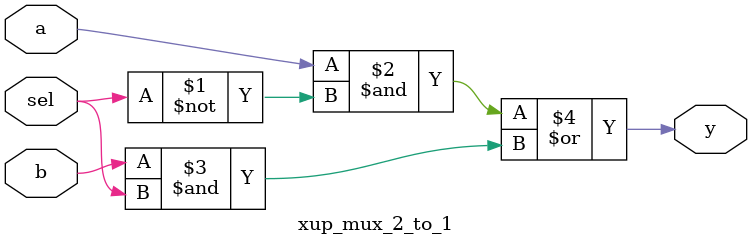
<source format=v>
`timescale 1ns / 1ps
module xup_mux_2_to_1 #(parameter DELAY = 3)(
    input a,
    input b,
    input sel,
    output y
    );
    
    assign #DELAY y= (a & ~sel) | (b & sel);
        
endmodule

</source>
